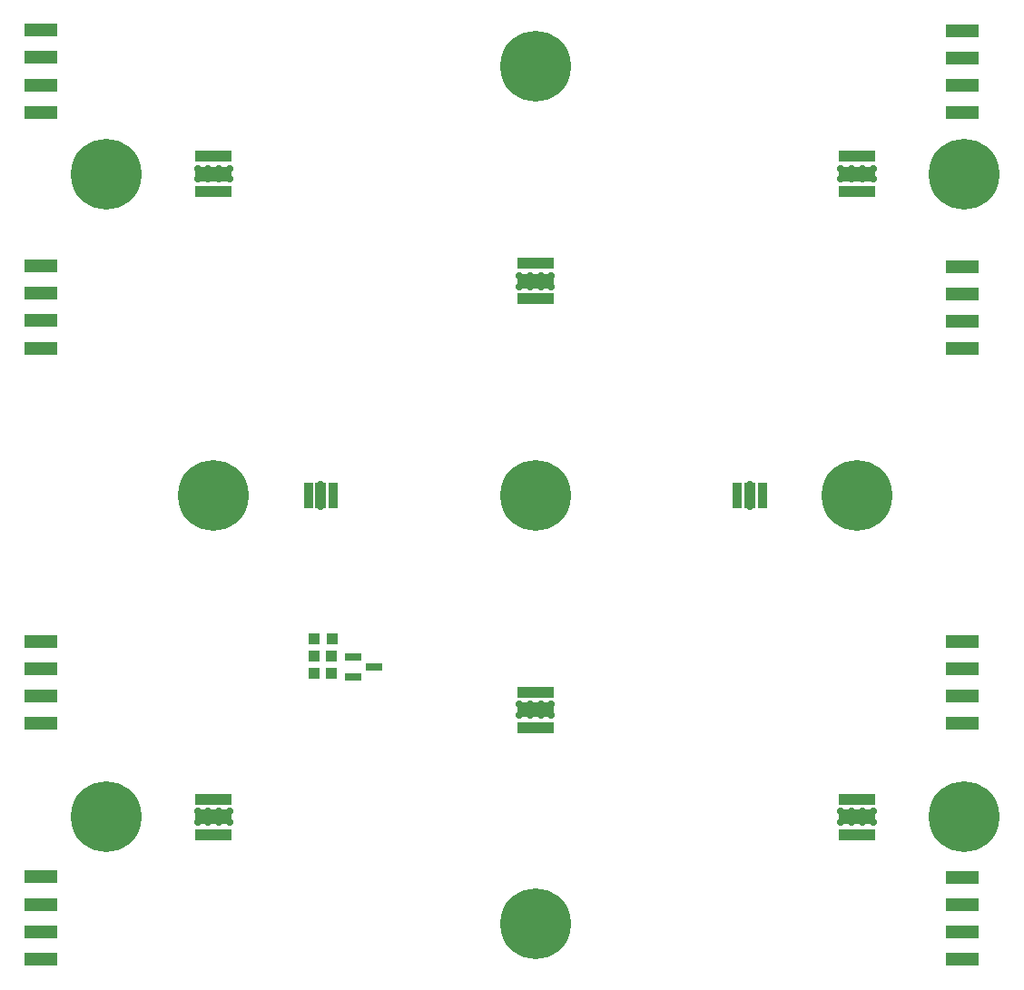
<source format=gbs>
%FSLAX44Y44*%
%MOMM*%
G71*
G01*
G75*
G04 Layer_Color=16711935*
%ADD10C,0.5000*%
%ADD11C,1.0000*%
%ADD12C,1.2000*%
%ADD13C,6.5000*%
%ADD14C,0.6000*%
%ADD15R,3.0000X1.2000*%
%ADD16R,3.3000X1.0000*%
%ADD17R,3.3000X1.3000*%
%ADD18R,0.9200X2.3400*%
%ADD19R,0.7200X2.3400*%
%ADD20R,1.0000X1.0000*%
%ADD21R,0.9000X1.0000*%
%ADD22R,1.5000X0.6000*%
%ADD23C,0.2000*%
%ADD24C,0.1500*%
%ADD25C,0.1000*%
%ADD26C,6.6000*%
%ADD27C,0.7000*%
%ADD28R,3.1000X1.3000*%
%ADD29R,3.4000X1.1000*%
%ADD30R,3.4000X1.4000*%
%ADD31R,1.0200X2.4400*%
%ADD32R,0.8200X2.4400*%
%ADD33R,1.1000X1.1000*%
%ADD34R,1.0000X1.1000*%
%ADD35R,1.6000X0.7000*%
D26*
X1037000Y1350000D02*
D03*
X1337000D02*
D03*
X1637000D02*
D03*
X1737000Y1650000D02*
D03*
X1337000Y1750000D02*
D03*
X937000Y1650000D02*
D03*
Y1050000D02*
D03*
X1337000Y950000D02*
D03*
X1737000Y1050000D02*
D03*
D27*
X1022000Y1655000D02*
D03*
X1032000D02*
D03*
X1042000D02*
D03*
X1052000D02*
D03*
Y1645000D02*
D03*
X1042000D02*
D03*
X1032000D02*
D03*
X1022000D02*
D03*
X1622000Y1655000D02*
D03*
X1632000D02*
D03*
X1642000D02*
D03*
X1652000D02*
D03*
Y1645000D02*
D03*
X1642000D02*
D03*
X1632000D02*
D03*
X1622000D02*
D03*
X1352000Y1155000D02*
D03*
X1342000D02*
D03*
X1332000D02*
D03*
X1322000D02*
D03*
Y1145000D02*
D03*
X1332000D02*
D03*
X1342000D02*
D03*
X1352000D02*
D03*
X1022000Y1055000D02*
D03*
X1032000D02*
D03*
X1042000D02*
D03*
X1052000D02*
D03*
Y1045000D02*
D03*
X1042000D02*
D03*
X1032000D02*
D03*
X1022000D02*
D03*
X1622000Y1055000D02*
D03*
X1632000D02*
D03*
X1642000D02*
D03*
X1652000D02*
D03*
Y1045000D02*
D03*
X1642000D02*
D03*
X1632000D02*
D03*
X1622000D02*
D03*
X1137000Y1350000D02*
D03*
Y1360000D02*
D03*
Y1340000D02*
D03*
X1537000Y1350000D02*
D03*
Y1360000D02*
D03*
Y1340000D02*
D03*
X1322000Y1555000D02*
D03*
X1332000D02*
D03*
X1342000D02*
D03*
X1352000D02*
D03*
Y1545000D02*
D03*
X1342000D02*
D03*
X1332000D02*
D03*
X1322000D02*
D03*
D28*
X1735000Y917000D02*
D03*
Y942500D02*
D03*
Y968000D02*
D03*
Y993500D02*
D03*
Y1137000D02*
D03*
Y1162500D02*
D03*
Y1188000D02*
D03*
Y1213500D02*
D03*
Y1487000D02*
D03*
Y1512500D02*
D03*
Y1538000D02*
D03*
Y1563500D02*
D03*
Y1707000D02*
D03*
Y1732500D02*
D03*
Y1758000D02*
D03*
Y1783500D02*
D03*
X876000Y1707500D02*
D03*
Y1733000D02*
D03*
Y1758500D02*
D03*
Y1784000D02*
D03*
Y1564000D02*
D03*
Y1538500D02*
D03*
Y1513000D02*
D03*
Y1487500D02*
D03*
Y1214000D02*
D03*
Y1188500D02*
D03*
Y1163000D02*
D03*
Y1137500D02*
D03*
Y917500D02*
D03*
Y943000D02*
D03*
Y968500D02*
D03*
Y994000D02*
D03*
D29*
X1037000Y1633500D02*
D03*
Y1666500D02*
D03*
X1337000Y1166500D02*
D03*
Y1133500D02*
D03*
Y1566500D02*
D03*
Y1533500D02*
D03*
X1637000Y1066500D02*
D03*
Y1033500D02*
D03*
X1037000Y1033500D02*
D03*
Y1066500D02*
D03*
X1637000Y1633500D02*
D03*
Y1666500D02*
D03*
D30*
X1037000Y1650000D02*
D03*
X1337000Y1150000D02*
D03*
Y1550000D02*
D03*
X1637000Y1050000D02*
D03*
X1037000D02*
D03*
X1637000Y1650000D02*
D03*
D31*
X1537000Y1350000D02*
D03*
X1137000D02*
D03*
D32*
X1548750D02*
D03*
X1525250D02*
D03*
X1148750D02*
D03*
X1125250D02*
D03*
D33*
X1131000Y1184000D02*
D03*
Y1200000D02*
D03*
X1147000Y1184000D02*
D03*
Y1200000D02*
D03*
D34*
X1130500Y1216000D02*
D03*
X1147500D02*
D03*
D35*
X1167500Y1199500D02*
D03*
Y1180500D02*
D03*
X1186500Y1190000D02*
D03*
M02*

</source>
